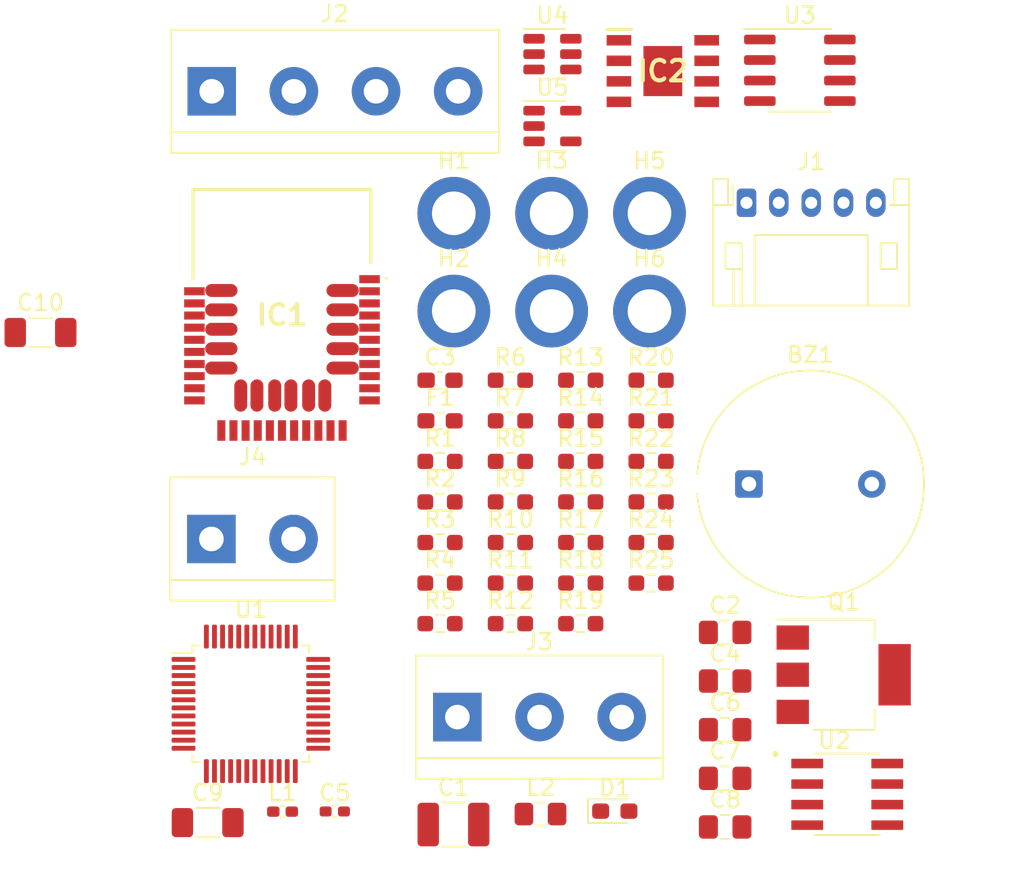
<source format=kicad_pcb>
(kicad_pcb (version 20221018) (generator pcbnew)
  (layers (0 "F.Cu" signal) (31 "B.Cu" signal) (34 "B.Paste" user) (35 "F.Paste" user) (36 "B.SilkS" user "B.Silkscreen") (37 "F.SilkS" user "F.Silkscreen") (38 "B.Mask" user) (39 "F.Mask" user) (44 "Edge.Cuts" user))
  (net 0 "")
  (net 1 "Net-(BZ1--)")
  (net 2 "Net-(BZ1-+)")
  (net 3 "100V")
  (net 4 "GND")
  (net 5 "VBST")
  (net 6 "SW2")
  (net 7 "Net-(IC2-SW)")
  (net 8 "Net-(IC2-BST)")
  (net 9 "/3V3")
  (net 10 "Net-(IC2-FB)")
  (net 11 "Net-(C5-Pad2)")
  (net 12 "/12V")
  (net 13 "Net-(D1-K)")
  (net 14 "Net-(J1-Pin_1)")
  (net 15 "SWDIO")
  (net 16 "SWCLK")
  (net 17 "/RST")
  (net 23 "/TX")
  (net 33 "Net-(IC2-RON)")
  (net 36 "Net-(J1-Pin_2)")
  (net 37 "Net-(J1-Pin_3)")
  (net 38 "PA3")
  (net 39 "5V")
  (net 40 "SDA1")
  (net 41 "SCK")
  (net 42 "Net-(J4-Pin_1)")
  (net 43 "Net-(J4-Pin_2)")
  (net 44 "/NRST")
  (net 45 "/RX")
  (net 46 "Net-(U1-PA0)")
  (net 47 "SCL")
  (net 48 "SDA")
  (net 49 "L")
  (net 50 "H")
  (net 51 "Net-(U3-S)")
  (net 52 "VFB")
  (footprint "Inductor_SMD:L_0805_2012Metric_Pad1.15x1.40mm_HandSolder" (layer "F.Cu") (at 134.765 103.455)
    (fp_text reference "L2" (at 0 -1.65) (layer "F.SilkS"))
    (fp_text value "68uH")
    (pad "1" smd roundrect (at -1.025 0) (size 1.15 1.4) (layers "F.Cu" "F.Paste" "F.Mask") (roundrect_rratio 0.217391) (net 7 "Net-(IC2-SW)"))
    (pad "2" smd roundrect (at 1.025 0) (size 1.15 1.4) (layers "F.Cu" "F.Paste" "F.Mask") (roundrect_rratio 0.217391) (net 12 "/12V"))
  )
  (footprint "Capacitor_SMD:C_1210_3225Metric_Pad1.33x2.70mm_HandSolder" (layer "F.Cu") (at 129.385 104.105)
    (fp_text reference "C1" (at 0 -2.3) (layer "F.SilkS"))
    (fp_text value "2.2uf")
    (pad "1" smd roundrect (at -1.5625 0) (size 1.325 2.7) (layers "F.Cu" "F.Paste" "F.Mask") (roundrect_rratio 0.188679) (net 3 "100V"))
    (pad "2" smd roundrect (at 1.5625 0) (size 1.325 2.7) (layers "F.Cu" "F.Paste" "F.Mask") (roundrect_rratio 0.188679) (net 4 "GND"))
  )
  (footprint "MountingHole:MountingHole_2.7mm_M2.5_ISO7380_Pad_TopBottom" (layer "F.Cu") (at 129.405 66.285)
    (fp_text reference "H1" (at 0 -3.25) (layer "F.SilkS"))
    (fp_text value "Mount100VgHole")
    (pad "1" thru_hole circle (at 0 0) (size 3.1 3.1) (drill 2.7) (layers "*.Cu" "*.Mask"))
    (pad "1" connect circle (at 0 0) (size 4.5 4.5) (layers "F.Cu" "F.Mask"))
    (pad "1" connect circle (at 0 0) (size 4.5 4.5) (layers "B.Cu" "B.Mask"))
  )
  (footprint "Resistor_SMD:R_0603_1608Metric_Pad0.98x0.95mm_HandSolder" (layer "F.Cu") (at 128.555 84.145)
    (fp_text reference "R2" (at 0 -1.43) (layer "F.SilkS"))
    (fp_text value "1k")
    (pad "1" smd roundrect (at -0.9125 0) (size 0.975 0.95) (layers "F.Cu" "F.Paste" "F.Mask") (net 45 "/RX"))
    (pad "2" smd roundrect (at 0.9125 0) (size 0.975 0.95) (layers "F.Cu" "F.Paste" "F.Mask") (net 23 "/TX"))
  )
  (footprint "Capacitor_SMD:C_1206_3216Metric_Pad1.33x1.80mm_HandSolder" (layer "F.Cu") (at 114.185 103.985)
    (fp_text reference "C9" (at 0 -1.85) (layer "F.SilkS"))
    (fp_text value "22UF")
    (pad "1" smd roundrect (at -1.5625 0) (size 1.325 1.8) (layers "F.Cu" "F.Paste" "F.Mask") (roundrect_rratio 0.188679) (net 12 "/12V"))
    (pad "2" smd roundrect (at 1.5625 0) (size 1.325 1.8) (layers "F.Cu" "F.Paste" "F.Mask") (roundrect_rratio 0.188679) (net 4 "GND"))
  )
  (footprint "MountingHole:MountingHole_2.7mm_M2.5_ISO7380_Pad_TopBottom" (layer "F.Cu") (at 129.405 72.335)
    (fp_text reference "H2" (at 0 -3.25) (layer "F.SilkS"))
    (fp_text value "Mount100VgHole")
    (pad "1" thru_hole circle (at 0 0) (size 3.1 3.1) (drill 2.7) (layers "*.Cu" "*.Mask"))
    (pad "1" connect circle (at 0 0) (size 4.5 4.5) (layers "F.Cu" "F.Mask"))
    (pad "1" connect circle (at 0 0) (size 4.5 4.5) (layers "B.Cu" "B.Mask"))
  )
  (footprint "Buzzer_Beeper:Indicator_PUI_AI-1440-TWT-24V-2-R" (layer "F.Cu") (at 147.655 83.035)
    (fp_text reference "BZ1" (at 3.8 -8) (layer "F.SilkS"))
    (fp_text value "Buzzer")
    (pad "1" thru_hole roundrect (at 0 0) (size 1.7 1.7) (drill 0.9) (layers "*.Cu" "*.Mask") (roundrect_rratio 0.147) (net 1 "Net-(BZ1--)"))
    (pad "2" thru_hole circle (at 7.6 0) (size 1.7 1.7) (drill 0.9) (layers "*.Cu" "*.Mask") (net 2 "Net-(BZ1-+)"))
  )
  (footprint "Resistor_SMD:R_0603_1608Metric_Pad0.98x0.95mm_HandSolder" (layer "F.Cu") (at 128.555 91.675)
    (fp_text reference "R5" (at 0 -1.43) (layer "F.SilkS"))
    (fp_text value "3M")
    (pad "1" smd roundrect (at -0.9125 0) (size 0.975 0.95) (layers "F.Cu" "F.Paste" "F.Mask") (net 13 "Net-(D1-K)"))
    (pad "2" smd roundrect (at 0.9125 0) (size 0.975 0.95) (layers "F.Cu" "F.Paste" "F.Mask") (net 4 "GND"))
  )
  (footprint "Resistor_SMD:R_0603_1608Metric_Pad0.98x0.95mm_HandSolder" (layer "F.Cu") (at 137.255 76.615)
    (fp_text reference "R13" (at 0 -1.43) (layer "F.SilkS"))
    (fp_text value "0R")
    (pad "1" smd roundrect (at -0.9125 0) (size 0.975 0.95) (layers "F.Cu" "F.Paste" "F.Mask") (net 39 "5V"))
    (pad "2" smd roundrect (at 0.9125 0) (size 0.975 0.95) (layers "F.Cu" "F.Paste" "F.Mask") (net 37 "Net-(J1-Pin_3)"))
  )
  (footprint "Resistor_SMD:R_0603_1608Metric_Pad0.98x0.95mm_HandSolder" (layer "F.Cu") (at 137.255 81.635)
    (fp_text reference "R15" (at 0 -1.43) (layer "F.SilkS"))
    (fp_text value "100E")
    (pad "1" smd roundrect (at -0.9125 0) (size 0.975 0.95) (layers "F.Cu" "F.Paste" "F.Mask") (net 41 "SCK"))
    (pad "2" smd roundrect (at 0.9125 0) (size 0.975 0.95) (layers "F.Cu" "F.Paste" "F.Mask") (net 47 "SCL"))
  )
  (footprint "Inductor_SMD:L_0402_1005Metric_Pad0.77x0.64mm_HandSolder" (layer "F.Cu") (at 118.815 103.305)
    (fp_text reference "L1" (at 0 -1.17) (layer "F.SilkS"))
    (fp_text value "3.3uH")
    (pad "1" smd roundrect (at -0.5725 0) (size 0.765 0.64) (layers "F.Cu" "F.Paste" "F.Mask") (net 6 "SW2"))
    (pad "2" smd roundrect (at 0.5725 0) (size 0.765 0.64) (layers "F.Cu" "F.Paste" "F.Mask") (net 39 "5V"))
  )
  (footprint "Capacitor_SMD:C_1206_3216Metric_Pad1.33x1.80mm_HandSolder" (layer "F.Cu") (at 103.8475 73.66)
    (fp_text reference "C10" (at 0 -1.85) (layer "F.SilkS"))
    (fp_text value "22UF")
    (pad "1" smd roundrect (at -1.5625 0) (size 1.325 1.8) (layers "F.Cu" "F.Paste" "F.Mask") (roundrect_rratio 0.188679) (net 12 "/12V"))
    (pad "2" smd roundrect (at 1.5625 0) (size 1.325 1.8) (layers "F.Cu" "F.Paste" "F.Mask") (roundrect_rratio 0.188679) (net 4 "GND"))
  )
  (footprint "Resistor_SMD:R_0603_1608Metric_Pad0.98x0.95mm_HandSolder" (layer "F.Cu") (at 132.905 89.165)
    (fp_text reference "R11" (at 0 -1.43) (layer "F.SilkS"))
    (fp_text value "0R")
    (pad "1" smd roundrect (at -0.9125 0) (size 0.975 0.95) (layers "F.Cu" "F.Paste" "F.Mask") (net 41 "SCK"))
    (pad "2" smd roundrect (at 0.9125 0) (size 0.975 0.95) (layers "F.Cu" "F.Paste" "F.Mask") (net 36 "Net-(J1-Pin_2)"))
  )
  (footprint "Package_QFP:LQFP-48_7x7mm_P0.5mm" (layer "F.Cu") (at 116.855 96.635)
    (fp_text reference "U1" (at 0 -5.85) (layer "F.SilkS"))
    (fp_text value "STM32G0B1CBTx")
    (pad "1" smd roundrect (at -4.1625 -2.75) (size 1.475 0.3) (layers "F.Cu" "F.Paste" "F.Mask"))
    (pad "2" smd roundrect (at -4.1625 -2.25) (size 1.475 0.3) (layers "F.Cu" "F.Paste" "F.Mask"))
    (pad "3" smd roundrect (at -4.1625 -1.75) (size 1.475 0.3) (layers "F.Cu" "F.Paste" "F.Mask"))
    (pad "4" smd roundrect (at -4.1625 -1.25) (size 1.475 0.3) (layers "F.Cu" "F.Paste" "F.Mask") (net 9 "/3V3"))
    (pad "5" smd roundrect (at -4.1625 -0.75) (size 1.475 0.3) (layers "F.Cu" "F.Paste" "F.Mask") (net 9 "/3V3"))
    (pad "6" smd roundrect (at -4.1625 -0.25) (size 1.475 0.3) (layers "F.Cu" "F.Paste" "F.Mask") (net 9 "/3V3"))
    (pad "7" smd roundrect (at -4.1625 0.25) (size 1.475 0.3) (layers "F.Cu" "F.Paste" "F.Mask") (net 4 "GND"))
    (pad "8" smd roundrect (at -4.1625 0.75) (size 1.475 0.3) (layers "F.Cu" "F.Paste" "F.Mask"))
    (pad "9" smd roundrect (at -4.1625 1.25) (size 1.475 0.3) (layers "F.Cu" "F.Paste" "F.Mask"))
    (pad "10" smd roundrect (at -4.1625 1.75) (size 1.475 0.3) (layers "F.Cu" "F.Paste" "F.Mask") (net 44 "/NRST"))
    (pad "11" smd roundrect (at -4.1625 2.25) (size 1.475 0.3) (layers "F.Cu" "F.Paste" "F.Mask") (net 46 "Net-(U1-PA0)"))
    (pad "12" smd roundrect (at -4.1625 2.75) (size 1.475 0.3) (layers "F.Cu" "F.Paste" "F.Mask"))
    (pad "13" smd roundrect (at -2.75 4.1625) (size 0.3 1.475) (layers "F.Cu" "F.Paste" "F.Mask"))
    (pad "14" smd roundrect (at -2.25 4.1625) (size 0.3 1.475) (layers "F.Cu" "F.Paste" "F.Mask"))
    (pad "15" smd roundrect (at -1.75 4.1625) (size 0.3 1.475) (layers "F.Cu" "F.Paste" "F.Mask"))
    (pad "16" smd roundrect (at -1.25 4.1625) (size 0.3 1.475) (layers "F.Cu" "F.Paste" "F.Mask"))
    (pad "17" smd roundrect (at -0.75 4.1625) (size 0.3 1.475) (layers "F.Cu" "F.Paste" "F.Mask"))
    (pad "18" smd roundrect (at -0.25 4.1625) (size 0.3 1.475) (layers "F.Cu" "F.Paste" "F.Mask"))
    (pad "19" smd roundrect (at 0.25 4.1625) (size 0.3 1.475) (layers "F.Cu" "F.Paste" "F.Mask"))
    (pad "20" smd roundrect (at 0.75 4.1625) (size 0.3 1.475) (layers "F.Cu" "F.Paste" "F.Mask"))
    (pad "21" smd roundrect (at 1.25 4.1625) (size 0.3 1.475) (layers "F.Cu" "F.Paste" "F.Mask"))
    (pad "22" smd roundrect (at 1.75 4.1625) (size 0.3 1.475) (layers "F.Cu" "F.Paste" "F.Mask"))
    (pad "23" smd roundrect (at 2.25 4.1625) (size 0.3 1.475) (layers "F.Cu" "F.Paste" "F.Mask"))
    (pad "24" smd roundrect (at 2.75 4.1625) (size 0.3 1.475) (layers "F.Cu" "F.Paste" "F.Mask"))
    (pad "25" smd roundrect (at 4.1625 2.75) (size 1.475 0.3) (layers "F.Cu" "F.Paste" "F.Mask"))
    (pad "26" smd roundrect (at 4.1625 2.25) (size 1.475 0.3) (layers "F.Cu" "F.Paste" "F.Mask"))
    (pad "27" smd roundrect (at 4.1625 1.75) (size 1.475 0.3) (layers "F.Cu" "F.Paste" "F.Mask"))
    (pad "28" smd roundrect (at 4.1625 1.25) (size 1.475 0.3) (layers "F.Cu" "F.Paste" "F.Mask"))
    (pad "29" smd roundrect (at 4.1625 0.75) (size 1.475 0.3) (layers "F.Cu" "F.Paste" "F.Mask"))
    (pad "30" smd roundrect (at 4.1625 0.25) (size 1.475 0.3) (layers "F.Cu" "F.Paste" "F.Mask"))
    (pad "31" smd roundrect (at 4.1625 -0.25) (size 1.475 0.3) (layers "F.Cu" "F.Paste" "F.Mask"))
    (pad "32" smd roundrect (at 4.1625 -0.75) (size 1.475 0.3) (layers "F.Cu" "F.Paste" "F.Mask"))
    (pad "33" smd roundrect (at 4.1625 -1.25) (size 1.475 0.3) (layers "F.Cu" "F.Paste" "F.Mask") (net 23 "/TX"))
    (pad "34" smd roundrect (at 4.1625 -1.75) (size 1.475 0.3) (layers "F.Cu" "F.Paste" "F.Mask") (net 45 "/RX"))
    (pad "35" smd roundrect (at 4.1625 -2.25) (size 1.475 0.3) (layers "F.Cu" "F.Paste" "F.Mask") (net 15 "SWDIO"))
    (pad "36" smd roundrect (at 4.1625 -2.75) (size 1.475 0.3) (layers "F.Cu" "F.Paste" "F.Mask") (net 16 "SWCLK"))
    (pad "37" smd roundrect (at 2.75 -4.1625) (size 0.3 1.475) (layers "F.Cu" "F.Paste" "F.Mask"))
    (pad "38" smd roundrect (at 2.25 -4.1625) (size 0.3 1.475) (layers "F.Cu" "F.Paste" "F.Mask"))
    (pad "39" smd roundrect (at 1.75 -4.1625) (size 0.3 1.475) (layers "F.Cu" "F.Paste" "F.Mask"))
    (pad "40" smd roundrect (at 1.25 -4.1625) (size 0.3 1.475) (layers "F.Cu" "F.Paste" "F.Mask"))
    (pad "41" smd roundrect (at 0.75 -4.1625) (size 0.3 1.475) (layers "F.Cu" "F.Paste" "F.Mask"))
    (pad "42" smd roundrect (at 0.25 -4.1625) (size 0.3 1.475) (layers "F.Cu" "F.Paste" "F.Mask"))
    (pad "43" smd roundrect (at -0.25 -4.1625) (size 0.3 1.475) (layers "F.Cu" "F.Paste" "F.Mask"))
    (pad "44" smd roundrect (at -0.75 -4.1625) (size 0.3 1.475) (layers "F.Cu" "F.Paste" "F.Mask"))
    (pad "45" smd roundrect (at -1.25 -4.1625) (size 0.3 1.475) (layers "F.Cu" "F.Paste" "F.Mask") (net 47 "SCL"))
    (pad "46" smd roundrect (at -1.75 -4.1625) (size 0.3 1.475) (layers "F.Cu" "F.Paste" "F.Mask") (net 48 "SDA"))
    (pad "47" smd roundrect (at -2.25 -4.1625) (size 0.3 1.475) (layers "F.Cu" "F.Paste" "F.Mask") (net 17 "/RST"))
    (pad "48" smd roundrect (at -2.75 -4.1625) (size 0.3 1.475) (layers "F.Cu" "F.Paste" "F.Mask"))
  )
  (footprint "Capacitor_SMD:C_0805_2012Metric_Pad1.18x1.45mm_HandSolder" (layer "F.Cu") (at 146.185 95.225)
    (fp_text reference "C4" (at 0 -1.68) (layer "F.SilkS"))
    (fp_text value "0.1uf")
    (pad "1" smd roundrect (at -1.0375 0) (size 1.175 1.45) (layers "F.Cu" "F.Paste" "F.Mask") (roundrect_rratio 0.212766) (net 4 "GND"))
    (pad "2" smd roundrect (at 1.0375 0) (size 1.175 1.45) (layers "F.Cu" "F.Paste" "F.Mask") (roundrect_rratio 0.212766) (net 9 "/3V3"))
  )
  (footprint "Resistor_SMD:R_0603_1608Metric_Pad0.98x0.95mm_HandSolder" (layer "F.Cu") (at 137.255 79.125)
    (fp_text reference "R14" (at 0 -1.43) (layer "F.SilkS"))
    (fp_text value "120R")
    (pad "1" smd roundrect (at -0.9125 0) (size 0.975 0.95) (layers "F.Cu" "F.Paste" "F.Mask") (net 43 "Net-(J4-Pin_2)"))
    (pad "2" smd roundrect (at 0.9125 0) (size 0.975 0.95) (layers "F.Cu" "F.Paste" "F.Mask") (net 42 "Net-(J4-Pin_1)"))
  )
  (footprint "Resistor_SMD:R_0603_1608Metric_Pad0.98x0.95mm_HandSolder" (layer "F.Cu") (at 132.905 86.655)
    (fp_text reference "R10" (at 0 -1.43) (layer "F.SilkS"))
    (fp_text value "0R")
    (pad "1" smd roundrect (at -0.9125 0) (size 0.975 0.95) (layers "F.Cu" "F.Paste" "F.Mask") (net 39 "5V"))
    (pad "2" smd roundrect (at 0.9125 0) (size 0.975 0.95) (layers "F.Cu" "F.Paste" "F.Mask") (net 1 "Net-(BZ1--)"))
  )
  (footprint "Resistor_SMD:R_0603_1608Metric_Pad0.98x0.95mm_HandSolder" (layer "F.Cu") (at 132.905 76.615)
    (fp_text reference "R6" (at 0 -1.43) (layer "F.SilkS"))
    (fp_text value "100E")
    (pad "1" smd roundrect (at -0.9125 0) (size 0.975 0.95) (layers "F.Cu" "F.Paste" "F.Mask") (net 38 "PA3"))
    (pad "2" smd roundrect (at 0.9125 0) (size 0.975 0.95) (layers "F.Cu" "F.Paste" "F.Mask") (net 13 "Net-(D1-K)"))
  )
  (footprint "Package_SO:SOIC-8_3.9x4.9mm_P1.27mm" (layer "F.Cu") (at 150.805 57.435)
    (fp_text reference "U3" (at 0 -3.4) (layer "F.SilkS"))
    (fp_text value "TJA1051T-3")
    (pad "1" smd roundrect (at -2.475 -1.905) (size 1.95 0.6) (layers "F.Cu" "F.Paste" "F.Mask") (net 23 "/TX"))
    (pad "2" smd roundrect (at -2.475 -0.635) (size 1.95 0.6) (layers "F.Cu" "F.Paste" "F.Mask") (net 4 "GND"))
    (pad "3" smd roundrect (at -2.475 0.635) (size 1.95 0.6) (layers "F.Cu" "F.Paste" "F.Mask") (net 39 "5V"))
    (pad "4" smd roundrect (at -2.475 1.905) (size 1.95 0.6) (layers "F.Cu" "F.Paste" "F.Mask") (net 45 "/RX"))
    (pad "5" smd roundrect (at 2.475 1.905) (size 1.95 0.6) (layers "F.Cu" "F.Paste" "F.Mask") (net 9 "/3V3"))
    (pad "6" smd roundrect (at 2.475 0.635) (size 1.95 0.6) (layers "F.Cu" "F.Paste" "F.Mask") (net 49 "L"))
    (pad "7" smd roundrect (at 2.475 -0.635) (size 1.95 0.6) (layers "F.Cu" "F.Paste" "F.Mask") (net 50 "H"))
    (pad "8" smd roundrect (at 2.475 -1.905) (size 1.95 0.6) (layers "F.Cu" "F.Paste" "F.Mask") (net 51 "Net-(U3-S)"))
  )
  (footprint "TerminalBlock:TerminalBlock_bornier-3_P5.08mm" (layer "F.Cu") (at 129.625 97.455)
    (fp_text reference "J3" (at 5.05 -4.65) (layer "F.SilkS"))
    (fp_text value "PRG")
    (pad "1" thru_hole rect (at 0 0) (size 3 3) (drill 1.52) (layers "*.Cu" "*.Mask") (net 16 "SWCLK"))
    (pad "2" thru_hole circle (at 5.08 0) (size 3 3) (drill 1.52) (layers "*.Cu" "*.Mask") (net 15 "SWDIO"))
    (pad "3" thru_hole circle (at 10.16 0) (size 3 3) (drill 1.52) (layers "*.Cu" "*.Mask") (net 4 "GND"))
  )
  (footprint "Resistor_SMD:R_0603_1608Metric_Pad0.98x0.95mm_HandSolder" (layer "F.Cu") (at 128.555 86.655)
    (fp_text reference "R3" (at 0 -1.43) (layer "F.SilkS"))
    (fp_text value "100R")
    (pad "1" smd roundrect (at -0.9125 0) (size 0.975 0.95) (layers "F.Cu" "F.Paste" "F.Mask") (net 46 "Net-(U1-PA0)"))
    (pad "2" smd roundrect (at 0.9125 0) (size 0.975 0.95) (layers "F.Cu" "F.Paste" "F.Mask") (net 38 "PA3"))
  )
  (footprint "TerminalBlock:TerminalBlock_bornier-2_P5.08mm" (layer "F.Cu") (at 114.415 86.435)
    (fp_text reference "J4" (at 2.54 -5.08) (layer "F.SilkS"))
    (fp_text value "Conn_01x02_Socket")
    (pad "1" thru_hole rect (at 0 0) (size 3 3) (drill 1.52) (layers "*.Cu" "*.Mask") (net 42 "Net-(J4-Pin_1)"))
    (pad "2" thru_hole circle (at 5.08 0) (size 3 3) (drill 1.52) (layers "*.Cu" "*.Mask") (net 43 "Net-(J4-Pin_2)"))
  )
  (footprint "Resistor_SMD:R_0603_1608Metric_Pad0.98x0.95mm_HandSolder" (layer "F.Cu") (at 141.605 81.635)
    (fp_text reference "R22" (at 0 -1.43) (layer "F.SilkS"))
    (fp_text value "120k")
    (pad "1" smd roundrect (at -0.9125 0) (size 0.975 0.95) (layers "F.Cu" "F.Paste" "F.Mask") (net 49 "L"))
    (pad "2" smd roundrect (at 0.9125 0) (size 0.975 0.95) (layers "F.Cu" "F.Paste" "F.Mask") (net 50 "H"))
  )
  (footprint "Package_TO_SOT_SMD:SOT-223-3_TabPin2" (layer "F.Cu") (at 153.515 94.835)
    (fp_text reference "Q1" (at 0 -4.5) (layer "F.SilkS"))
    (fp_text value "NDT3055L")
    (pad "1" smd rect (at -3.15 -2.3) (size 2 1.5) (layers "F.Cu" "F.Paste" "F.Mask") (net 13 "Net-(D1-K)"))
    (pad "2" smd rect (at -3.15 0) (size 2 1.5) (layers "F.Cu" "F.Paste" "F.Mask") (net 2 "Net-(BZ1-+)"))
    (pad "2" smd rect (at 3.15 0) (size 2 3.8) (layers "F.Cu" "F.Paste" "F.Mask") (net 2 "Net-(BZ1-+)"))
    (pad "3" smd rect (at -3.15 2.3) (size 2 1.5) (layers "F.Cu" "F.Paste" "F.Mask") (net 4 "GND"))
  )
  (footprint "Resistor_SMD:R_0603_1608Metric_Pad0.98x0.95mm_HandSolder" (layer "F.Cu") (at 141.605 79.125)
    (fp_text reference "R21" (at 0 -1.43) (layer "F.SilkS"))
    (fp_text value "56k")
    (pad "1" smd roundrect (at -0.9125 0) (size 0.975 0.95) (layers "F.Cu" "F.Paste" "F.Mask") (net 52 "VFB"))
    (pad "2" smd roundrect (at 0.9125 0) (size 0.975 0.95) (layers "F.Cu" "F.Paste" "F.Mask") (net 39 "5V"))
  )
  (footprint "Resistor_SMD:R_0603_1608Metric_Pad0.98x0.95mm_HandSolder" (layer "F.Cu") (at 132.905 81.635)
    (fp_text reference "R8" (at 0 -1.43) (layer "F.SilkS"))
    (fp_text value "100k")
    (pad "1" smd roundrect (at -0.9125 0) (size 0.975 0.95) (layers "F.Cu" "F.Paste" "F.Mask") (net 9 "/3V3"))
    (pad "2" smd roundrect (at 0.9125 0) (size 0.975 0.95) (layers "F.Cu" "F.Paste" "F.Mask") (net 48 "SDA"))
  )
  (footprint "Capacitor_SMD:C_0603_1608Metric_Pad1.08x0.95mm_HandSolder" (layer "F.Cu") (at 128.555 76.615)
    (fp_text reference "C3" (at 0 -1.43) (layer "F.SilkS"))
    (fp_text value "2.2nf")
    (pad "1" smd roundrect (at -0.8625 0) (size 1.075 0.95) (layers "F.Cu" "F.Paste" "F.Mask") (net 7 "Net-(IC2-SW)"))
    (pad "2" smd roundrect (at 0.8625 0) (size 1.075 0.95) (layers "F.Cu" "F.Paste" "F.Mask") (net 8 "Net-(IC2-BST)"))
  )
  (footprint "Diode_SMD:D_0603_1608Metric_Pad1.05x0.95mm_HandSolder" (layer "F.Cu") (at 139.36 103.275)
    (fp_text reference "D1" (at 0 -1.43) (layer "F.SilkS"))
    (fp_text value "5.6V")
    (pad "1" smd roundrect (at -0.875 0) (size 1.05 0.95) (layers "F.Cu" "F.Paste" "F.Mask") (net 13 "Net-(D1-K)"))
    (pad "2" smd roundrect (at 0.875 0) (size 1.05 0.95) (layers "F.Cu" "F.Paste" "F.Mask") (net 4 "GND"))
  )
  (footprint "Resistor_SMD:R_0603_1608Metric_Pad0.98x0.95mm_HandSolder" (layer "F.Cu") (at 137.255 89.165)
    (fp_text reference "R18" (at 0 -1.43) (layer "F.SilkS"))
    (fp_text value "100k")
    (pad "1" smd roundrect (at -0.9125 0) (size 0.975 0.95) (layers "F.Cu" "F.Paste" "F.Mask") (net 51 "Net-(U3-S)"))
    (pad "2" smd roundrect (at 0.9125 0) (size 0.975 0.95) (layers "F.Cu" "F.Paste" "F.Mask") (net 4 "GND"))
  )
  (footprint "MountingHole:MountingHole_2.7mm_M2.5_ISO7380_Pad_TopBottom" (layer "F.Cu") (at 141.505 72.335)
    (fp_text reference "H6" (at 0 -3.25) (layer "F.SilkS"))
    (fp_text value "Mount100VgHole")
    (pad "1" thru_hole circle (at 0 0) (size 3.1 3.1) (drill 2.7) (layers "*.Cu" "*.Mask"))
    (pad "1" connect circle (at 0 0) (size 4.5 4.5) (layers "F.Cu" "F.Mask"))
    (pad "1" connect circle (at 0 0) (size 4.5 4.5) (layers "B.Cu" "B.Mask"))
  )
  (footprint "MAX485ESA_T.kicad_mod files:SOIC127P600X175-8N" (layer "F.Cu") (at 153.735 102.235)
    (fp_text reference "U2" (at -0.795 -3.332) (layer "F.SilkS"))
    (fp_text value "MAX485E")
    (pad "1" smd roundrect (at -2.475 -1.905) (size 1.97 0.59) (layers "F.Cu" "F.Paste" "F.Mask") (roundrect_rratio 0.07) (net 45 "/RX"))
    (pad "2" smd roundrect (at -2.475 -0.635) (size 1.97 0.59) (layers "F.Cu" "F.Paste" "F.Mask") (roundrect_rratio 0.07))
    (pad "3" smd roundrect (at -2.475 0.635) (size 1.97 0.59) (layers "F.Cu" "F.Paste" "F.Mask") (roundrect_rratio 0.07))
    (pad "4" smd roundrect (at -2.475 1.905) (size 1.97 0.59) (layers "F.Cu" "F.Paste" "F.Mask") (roundrect_rratio 0.07) (net 23 "/TX"))
    (pad "5" smd roundrect (at 2.475 1.905) (size 1.97 0.59) (layers "F.Cu" "F.Paste" "F.Mask") (roundrect_rratio 0.07) (net 4 "GND"))
    (pad "6" smd roundrect (at 2.475 0.635) (size 1.97 0.59) (layers "F.Cu" "F.Paste" "F.Mask") (roundrect_rratio 0.07) (net 43 "Net-(J4-Pin_2)"))
    (pad "7" smd roundrect (at 2.475 -0.635) (size 1.97 0.59) (layers "F.Cu" "F.Paste" "F.Mask") (roundrect_rratio 0.07) (net 42 "Net-(J4-Pin_1)"))
    (pad "8" smd roundrect (at 2.475 -1.905) (size 1.97 0.59) (layers "F.Cu" "F.Paste" "F.Mask") (roundrect_rratio 0.07) (net 39 "5V"))
  )
  (footprint "Resistor_SMD:R_0603_1608Metric_Pad0.98x0.95mm_HandSolder" (layer "F.Cu") (at 141.605 76.615)
    (fp_text reference "R20" (at 0 -1.43) (layer "F.SilkS"))
    (fp_text value "100k ohm")
    (pad "1" smd roundrect (at -0.9125 0) (size 0.975 0.95) (layers "F.Cu" "F.Paste" "F.Mask") (net 33 "Net-(IC2-RON)"))
    (pad "2" smd roundrect (at 0.9125 0) (size 0.975 0.95) (layers "F.Cu" "F.Paste" "F.Mask") (net 4 "GND"))
  )
  (footprint "Capacitor_SMD:C_0402_1005Metric_Pad0.74x0.62mm_HandSolder" (layer "F.Cu") (at 122.045 103.295)
    (fp_text reference "C5" (at 0 -1.16) (layer "F.SilkS"))
    (fp_text value "56pF")
    (pad "1" smd roundrect (at -0.5675 0) (size 0.735 0.62) (layers "F.Cu" "F.Paste" "F.Mask") (net 10 "Net-(IC2-FB)"))
    (pad "2" smd roundrect (at 0.5675 0) (size 0.735 0.62) (layers "F.Cu" "F.Paste" "F.Mask") (net 11 "Net-(C5-Pad2)"))
  )
  (footprint "Fuse:Fuse_0603_1608Metric_Pad1.05x0.95mm_HandSolder" (layer "F.Cu") (at 128.555 79.125)
    (fp_text reference "F1" (at 0 -1.43) (layer "F.SilkS"))
    (fp_text value "Fuse")
    (pad "1" smd roundrect (at -0.875 0) (size 1.05 0.95) (layers "F.Cu" "F.Paste" "F.Mask") (net 14 "Net-(J1-Pin_1)"))
    (pad "2" smd roundrect (at 0.875 0) (size 1.05 0.95) (layers "F.Cu" "F.Paste" "F.Mask") (net 3 "100V"))
  )
  (footprint "Resistor_SMD:R_0603_1608Metric_Pad0.98x0.95mm_HandSolder" (layer "F.Cu") (at 128.555 89.165)
    (fp_text reference "R4" (at 0 -1.43) (layer "F.SilkS"))
    (fp_text value "10k")
    (pad "1" smd roundrect (at -0.9125 0) (size 0.975 0.95) (layers "F.Cu" "F.Paste" "F.Mask") (net 16 "SWCLK"))
    (pad "2" smd roundrect (at 0.9125 0) (size 0.975 0.95) (layers "F.Cu" "F.Paste" "F.Mask") (net 4 "GND"))
  )
  (footprint "Capacitor_SMD:C_0805_2012Metric_Pad1.18x1.45mm_HandSolder" (layer "F.Cu") (at 146.185 104.255)
    (fp_text reference "C8" (at 0 -1.68) (layer "F.SilkS"))
    (fp_text value "0.1uf")
    (pad "1" smd roundrect (at -1.0375 0) (size 1.175 1.45) (layers "F.Cu" "F.Paste" "F.Mask") (roundrect_rratio 0.212766) (net 9 "/3V3"))
    (pad "2" smd roundrect (at 1.0375 0) (size 1.175 1.45) (layers "F.Cu" "F.Paste" "F.Mask") (roundrect_rratio 0.212766) (net 4 "GND"))
  )
  (footprint "Capacitor_SMD:C_0805_2012Metric_Pad1.18x1.45mm_HandSolder" (layer "F.Cu") (at 146.185 92.215)
    (fp_text reference "C2" (at 0 -1.68) (layer "F.SilkS"))
    (fp_text value "0.1uf")
    (pad "1" smd roundrect (at -1.0375 0) (size 1.175 1.45) (layers "F.Cu" "F.Paste" "F.Mask") (roundrect_rratio 0.212766) (net 5 "VBST"))
    (pad "2" smd roundrect (at 1.0375 0) (size 1.175 1.45) (layers "F.Cu" "F.Paste" "F.Mask") (roundrect_rratio 0.212766) (net 6 "SW2"))
  )
  (footprint "Connector_JST:JST_PH_S5B-PH-K_1x05_P2.00mm_Horizontal" (layer "F.Cu") (at 147.505 65.635)
    (fp_text reference "J1" (at 4 -2.55) (layer "F.SilkS"))
    (fp_text value "Conn_01x05_Socket")
    (pad "1" thru_hole roundrect (at 0 0) (size 1.2 1.75) (drill 0.75) (layers "*.Cu" "*.Mask") (roundrect_rratio 0.208333) (net 14 "Net-(J1-Pin_1)"))
    (pad "2" thru_hole oval (at 2 0) (size 1.2 1.75) (drill 0.75) (layers "*.Cu" "*.Mask") (net 36 "Net-(J1-Pin_2)"))
    (pad "3" thru_hole oval (at 4 0) (size 1.2 1.75) (drill 0.75) (layers "*.Cu" "*.Mask") (net 37 "Net-(J1-Pin_3)"))
    (pad "4" thru_hole oval (at 6 0) (size 1.2 1.75) (drill 0.75) (layers "*.Cu" "*.Mask") (net 4 "GND"))
    (pad "5" thru_hole oval (at 8 0) (size 1.2 1.75) (drill 0.75) (layers "*.Cu" "*.Mask") (net 38 "PA3"))
  )
  (footprint "Resistor_SMD:R_0603_1608Metric_Pad0.98x0.95mm_HandSolder" (layer "F.Cu") (at 137.255 91.675)
    (fp_text reference "R19" (at 0 -1.43) (layer "F.SilkS"))
    (fp_text value "10k")
    (pad "1" smd roundrect (at -0.9125 0) (size 0.975 0.95) (layers "F.Cu" "F.Paste" "F.Mask") (net 4 "GND"))
    (pad "2" smd roundrect (at 0.9125 0) (size 0.975 0.95) (layers "F.Cu" "F.Paste" "F.Mask") (net 52 "VFB"))
  )
  (footprint "TerminalBlock:TerminalBlock_bornier-4_P5.08mm" (layer "F.Cu") (at 114.435 58.735)
    (fp_text reference "J2" (at 7.6 -4.8) (layer "F.SilkS"))
    (fp_text value "OLED")
    (pad "1" thru_hole rect (at 0 0) (size 3 3) (drill 1.52) (layers "*.Cu" "*.Mask") (net 39 "5V"))
    (pad "2" thru_hole circle (at 5.08 0) (size 3 3) (drill 1.52) (layers "*.Cu" "*.Mask") (net 40 "SDA1"))
    (pad "3" thru_hole circle (at 10.16 0) (size 3 3) (drill 1.52) (layers "*.Cu" "*.Mask") (net 41 "SCK"))
    (pad "4" thru_hole circle (at 15.24 0) (size 3 3) (drill 1.52) (layers "*.Cu" "*.Mask") (net 4 "GND"))
  )
  (footprint "Resistor_SMD:R_0603_1608Metric_Pad0.98x0.95mm_HandSolder" (layer "F.Cu") (at 137.255 86.655)
    (fp_text reference "R17" (at 0 -1.43) (layer "F.SilkS"))
    (fp_text value "0R")
    (pad "1" smd roundrect (at -0.9125 0) (size 0.975 0.95) (layers "F.Cu" "F.Paste" "F.Mask") (net 37 "Net-(J1-Pin_3)"))
    (pad "2" smd roundrect (at 0.9125 0) (size 0.975 0.95) (layers "F.Cu" "F.Paste" "F.Mask") (net 50 "H"))
  )
  (footprint "Library:CM BLE" (layer "F.Cu") (at 118.83 72.86)
    (fp_text reference "IC1" (at -0.05 -0.275 180) (layer "F.SilkS") (effects (font (size 1.27 1.27) (thickness 0.254))))
    (fp_text value "CM BLE" hide)
    (pad "0" smd oval (at -3.8 -1.8 270) (size 0.8 2) (layers "F.Cu" "F.Paste" "F.Mask"))
    (pad "0" smd oval (at -3.8 3 270) (size 0.8 2) (layers "F.Cu" "F.Paste" "F.Mask"))
    (pad "0" smd oval (at -0.5 4.7) (size 0.8 2) (layers "F.Cu" "F.Paste" "F.Mask"))
    (pad "0" smd oval (at 3.7 -1.8 270) (size 0.8 2) (layers "F.Cu" "F.Paste" "F.Mask"))
    (pad "0" smd oval (at 3.7 -0.6 270) (size 0.8 2) (layers "F.Cu" "F.Paste" "F.Mask"))
    (pad "0" smd oval (at 3.7 1.8 270) (size 0.8 2) (layers "F.Cu" "F.Paste" "F.Mask"))
    (pad "1" smd oval (at 0.5 4.7) (size 0.8 2) (layers "F.Cu" "F.Paste" "F.Mask") (net 15 "SWDIO"))
    (pad "1" smd rect (at 5.365 -2.5 270) (size 0.5 1.27) (layers "F.Cu" "F.Paste" "F.Mask") (net 15 "SWDIO"))
    (pad "2" smd oval (at 1.6 4.7) (size 0.8 2) (layers "F.Cu" "F.Paste" "F.Mask") (net 16 "SWCLK"))
    (pad "2" smd rect (at 5.365 -1.75 270) (size 0.5 1.27) (layers "F.Cu" "F.Paste" "F.Mask") (net 16 "SWCLK"))
    (pad "3" smd oval (at 3.7 3 270) (size 0.8 2) (layers "F.Cu" "F.Paste" "F.Mask") (net 17 "/RST"))
    (pad "3" smd rect (at 5.365 -1 270) (size 0.5 1.27) (layers "F.Cu" "F.Paste" "F.Mask") (net 17 "/RST"))
    (pad "4" smd rect (at 5.365 -0.25 270) (size 0.5 1.27) (layers "F.Cu" "F.Paste" "F.Mask"))
    (pad "5" smd rect (at 5.365 0.5 270) (size 0.5 1.27) (layers "F.Cu" "F.Paste" "F.Mask"))
    (pad "6" smd rect (at 5.365 1.25 270) (size 0.5 1.27) (layers "F.Cu" "F.Paste" "F.Mask"))
    (pad "7" smd rect (at 5.365 2 270) (size 0.5 1.27) (layers "F.Cu" "F.Paste" "F.Mask"))
    (pad "8" smd rect (at 5.365 2.75 270) (size 0.5 1.27) (layers "F.Cu" "F.Paste" "F.Mask"))
    (pad "9" smd oval (at 3.7 0.6 270) (size 0.8 2) (layers "F.Cu" "F.Paste" "F.Mask") (net 23 "/TX"))
    (pad "9" smd rect (at 5.365 3.5 270) (size 0.5 1.27) (layers "F.Cu" "F.Paste" "F.Mask") (net 23 "/TX"))
    (pad "10" smd rect (at 5.365 4.25 270) (size 0.5 1.27) (layers "F.Cu" "F.Paste" "F.Mask") (net 23 "/TX"))
    (pad "11" smd oval (at 2.6 4.7) (size 0.8 2) (layers "F.Cu" "F.Paste" "F.Mask") (net 4 "GND"))
    (pad "11" smd rect (at 5.365 5 270) (size 0.5 1.27) (layers "F.Cu" "F.Paste" "F.Mask") (net 4 "GND"))
    (pad "12" smd rect (at 3.7 6.865 180) (size 0.5 1.27) (layers "F.Cu" "F.Paste" "F.Mask"))
    (pad "13" smd rect (at 2.95 6.865 180) (size 0.5 1.27) (layers "F.Cu" "F.Paste" "F.Mask"))
    (pad "14" smd rect (at 2.2 6.865 180) (size 0.5 1.27) (layers "F.Cu" "F.Paste" "F.Mask"))
    (pad "15" smd rect (at 1.45 6.865 180) (size 0.5 1.27) (layers "F.Cu" "F.Paste" "F.Mask"))
    (pad "16" smd rect (at 0.7 6.865 180) (size 0.5 1.27) (layers "F.Cu" "F.Paste" "F.Mask"))
    (pad "17" smd rect (at -0.05 6.865 180) (size 0.5 1.27) (layers "F.Cu" "F.Paste" "F.Mask"))
    (pad "18" smd rect (at -0.8 6.865 180) (size 0.5 1.27) (layers "F.Cu" "F.Paste" "F.Mask") (net 9 "/3V3"))
    (pad "19" smd oval (at -1.6 4.7) (size 0.8 2) (layers "F.Cu" "F.Paste" "F.Mask") (net 9 "/3V3"))
    (pad "19" smd rect (at -1.55 6.865 180) (size 0.5 1.27) (layers "F.Cu" "F.Paste" "F.Mask") (net 9 "/3V3"))
    (pad "20" smd rect (at -2.3 6.865 180) (size 0.5 1.27) (layers "F.Cu" "F.Paste" "F.Mask") (net 9 "/3V3"))
    (pad "21" smd rect (at -3.05 6.865 180) (size 0.5 1.27) (layers "F.Cu" "F.Paste" "F.Mask") (net 4 "GND"))
    (pad "21" smd oval (at -2.6 4.7) (size 0.8 2) (layers "F.Cu" "F.Paste" "F.Mask") (net 4 "GND"))
    (pad "22" smd rect (at -3.8 6.865 180) (size 0.5 1.27) (layers "F.Cu" "F.Paste" "F.Mask") (net 4 "GND"))
    (pad "23" smd rect (at -5.465 5 270) (size 0.5 1.27) (layers "F.Cu" "F.Paste" "F.Mask") (net 4 "GND"))
    (pad "24" smd rect (at -5.465 4.25 270) (size 0.5 1.27) (layers "F.Cu" "F.Paste" "F.Mask") (net 4 "GND"))
    (pad "25" smd rect (at -5.465 3.5 270) (size 0.5 1.27) (layers "F.Cu" "F.Paste" "F.Mask") (net 4 "GND"))
    (pad "26" smd rect (at -5.465 2.75 270) (size 0.5 1.27) (layers "F.Cu" "F.Paste" "F.Mask") (net 4 "GND"))
    (pad "27" smd rect (at -5.465 2 270) (size 0.5 1.27) (layers "F.Cu" "F.Paste" "F.Mask"))
    (pad "28" smd rect (at -5.465 1.25 270) (size 0.5 1.27) (layers "F.Cu" "F.Paste" "F.Mask") (net 4 "GND"))
    (pad "28" smd oval (at -3.8 1.8 270) (size 0.8 2) (layers "F.Cu" "F.Paste" "F.Mask") (net 4 "GND"))
    (pad "29" smd rect (at -5.465 0.5 270) (size 0.5 1.27) (layers "F.Cu" "F.Paste" "F.Mask"))
    (pad "30" smd rect (at -5.465 -0.25 270) (size 0.5 1.27) (layers "F.Cu" "F.Paste" "F.Mask") (net 4 "GND"))
    (pad "30" smd oval (at -3.8 -0.6 270) (size 0.8 2) (layers "F.Cu" "F.Paste" "F.Mask") (net 4 "GND"))
    (pad "30" smd oval (at -3.8 0.6 270) (size 0.8 2) (layers "F.Cu" "F.Paste" "F.Mask") (net 4 "GND"))
    (pad "31" smd rect (at -5.465 -1 270) (size 0.5 1.27) (layers "F.Cu" "F.Paste" "F.Mask"))
    (pad "32" smd rect (at -5.465 -1.75 270) (size 0.5 1.27) (layers "F.Cu" "F.Paste" "F.Mask") (net 4 "GND"))
  )
  (footprint "Resistor_SMD:R_0603_1608Metric_Pad0.98x0.95mm_HandSolder" (layer "F.Cu") (at 137.255 84.145)
    (fp_text reference "R16" (at 0 -1.43) (layer "F.SilkS"))
    (fp_text value "100E")
    (pad "1" smd roundrect (at -0.9125 0) (size 0.975 0.95) (layers "F.Cu" "F.Paste" "F.Mask") (net 40 "SDA1"))
    (pad "2" smd roundrect (at 0.9125 0) (size 0.975 0.95) (layers "F.Cu" "F.Paste" "F.Mask") (net 48 "SDA"))
  )
  (footprint "Resistor_SMD:R_0603_1608Metric_Pad0.98x0.95mm_HandSolder" (layer "F.Cu") (at 141.605 89.165)
    (fp_text reference "R25" (at 0 -1.43) (layer "F.SilkS"))
    (fp_text value "49.9k ohm")
    (pad "1" smd roundrect (at -0.9125 0) (size 0.975 0.95) (layers "F.Cu" "F.Paste" "F.Mask") (net 10 "Net-(IC2-FB)"))
    (pad "2" smd roundrect (at 0.9125 0) (size 0.975 0.95) (layers "F.Cu" "F.Paste" "F.Mask") (net 4 "GND"))
  )
  (footprint "MountingHole:MountingHole_2.7mm_M2.5_ISO7380_Pad_TopBottom" (layer "F.Cu") (at 135.455 72.335)
    (fp_text reference "H4" (at 0 -3.25) (layer "F.SilkS"))
    (fp_text value "Mount100VgHole")
    (pad "1" thru_hole circle (at 0 0) (size 3.1 3.1) (drill 2.7) (layers "*.Cu" "*.Mask"))
    (pad "1" connect circle (at 0 0) (size 4.5 4.5) (layers "F.Cu" "F.Mask"))
    (pad "1" connect circle (at 0 0) (size 4.5 4.5) (layers "B.Cu" "B.Mask"))
  )
  (footprint "Capacitor_SMD:C_0805_2012Metric_Pad1.18x1.45mm_HandSolder" (layer "F.Cu") (at 146.185 101.245)
    (fp_text reference "C7" (at 0 -1.68) (layer "F.SilkS"))
    (fp_text value "3.3nf")
    (pad "1" smd roundrect (at -1.0375 0) (size 1.175 1.45) (layers "F.Cu" "F.Paste" "F.Mask") (roundrect_rratio 0.212766) (net 11 "Net-(C5-Pad2)"))
    (pad "2" smd roundrect (at 1.0375 0) (size 1.175 1.45) (layers "F.Cu" "F.Paste" "F.Mask") (roundrect_rratio 0.212766) (net 12 "/12V"))
  )
  (footprint "Resistor_SMD:R_0603_1608Metric_Pad0.98x0.95mm_HandSolder" (layer "F.Cu") (at 132.905 79.125)
    (fp_text reference "R7" (at 0 -1.43) (layer "F.SilkS"))
    (fp_text value "100k")
    (pad "1" smd roundrect (at -0.9125 0) (size 0.975 0.95) (layers "F.Cu" "F.Paste" "F.Mask") (net 9 "/3V3"))
    (pad "2" smd roundrect (at 0.9125 0) (size 0.975 0.95) (layers "F.Cu" "F.Paste" "F.Mask") (net 47 "SCL"))
  )
  (footprint "MountingHole:MountingHole_2.7mm_M2.5_ISO7380_Pad_TopBottom" (layer "F.Cu") (at 141.505 66.285)
    (fp_text reference "H5" (at 0 -3.25) (layer "F.SilkS"))
    (fp_text value "Mount100VgHole")
    (pad "1" thru_hole circle (at 0 0) (size 3.1 3.1) (drill 2.7) (layers "*.Cu" "*.Mask"))
    (pad "1" connect circle (at 0 0) (size 4.5 4.5) (layers "F.Cu" "F.Mask"))
    (pad "1" connect circle (at 0 0) (size 4.5 4.5) (layers "B.Cu" "B.Mask"))
  )
  (footprint "Resistor_SMD:R_0603_1608Metric_Pad0.98x0.95mm_HandSolder" (layer "F.Cu") (at 141.605 86.655)
    (fp_text reference "R24" (at 0 -1.43) (layer "F.SilkS"))
    (fp_text value "453k ohm")
    (pad "1" smd roundrect (at -0.9125 0) (size 0.975 0.95) (layers "F.Cu" "F.Paste" "F.Mask") (net 12 "/12V"))
    (pad "2" smd roundrect (at 0.9125 0) (size 0.975 0.95) (layers "F.Cu" "F.Paste" "F.Mask") (net 10 "Net-(IC2-FB)"))
  )
  (footprint "Package_TO_SOT_SMD:SOT-23-5" (layer "F.Cu") (at 135.505 60.885)
    (fp_text reference "U5" (at 0 -2.4) (layer "F.SilkS"))
    (fp_text value "LP2985-3.3")
    (pad "1" smd roundrect (at -1.1375 -0.95) (size 1.325 0.6) (layers "F.Cu" "F.Paste" "F.Mask") (net 39 "5V"))
    (pad "2" smd roundrect (at -1.1375 0) (size 1.325 0.6) (layers "F.Cu" "F.Paste" "F.Mask") (net 4 "GND"))
    (pad "3" smd roundrect (at -1.1375 0.95) (size 1.325 0.6) (layers "F.Cu" "F.Paste" "F.Mask") (net 39 "5V"))
    (pad "4" smd roundrect (at 1.1375 0.95) (size 1.325 0.6) (layers "F.Cu" "F.Paste" "F.Mask"))
    (pad "5" smd roundrect (at 1.1375 -0.95) (size 1.325 0.6) (layers "F.Cu" "F.Paste" "F.Mask") (net 9 "/3V3"))
  )
  (footprint "Resistor_SMD:R_0603_1608Metric_Pad0.98x0.95mm_HandSolder" (layer "F.Cu") (at 128.555 81.635)
    (fp_text reference "R1" (at 0 -1.43) (layer "F.SilkS"))
    (fp_text value "10k")
    (pad "1" smd roundrect (at -0.9125 0) (size 0.975 0.95) (layers "F.Cu" "F.Paste" "F.Mask") (net 9 "/3V3"))
    (pad "2" smd roundrect (at 0.9125 0) (size 0.975 0.95) (layers "F.Cu" "F.Paste" "F.Mask") (net 44 "/NRST"))
  )
  (footprint "Resistor_SMD:R_0603_1608Metric_Pad0.98x0.95mm_HandSolder" (layer "F.Cu") (at 141.605 84.145)
    (fp_text reference "R23" (at 0 -1.43) (layer "F.SilkS"))
    (fp_text value "453k ohm")
    (pad "1" smd roundrect (at -0.9125 0) (size 0.975 0.95) (layers "F.Cu" "F.Paste" "F.Mask") (net 7 "Net-(IC2-SW)"))
    (pad "2" smd roundrect (at 0.9125 0) (size 0.975 0.95) (layers "F.Cu" "F.Paste" "F.Mask") (net 11 "Net-(C5-Pad2)"))
  )
  (footprint "Resistor_SMD:R_0603_1608Metric_Pad0.98x0.95mm_HandSolder" (layer "F.Cu") (at 132.905 91.675)
    (fp_text reference "R12" (at 0 -1.43) (layer "F.SilkS"))
    (fp_text value "0R")
    (pad "1" smd roundrect (at -0.9125 0) (size 0.975 0.95) (layers "F.Cu" "F.Paste" "F.Mask") (net 36 "Net-(J1-Pin_2)"))
    (pad "2" smd roundrect (at 0.9125 0) (size 0.975 0.95) (layers "F.Cu" "F.Paste" "F.Mask") (net 49 "L"))
  )
  (footprint "Capacitor_SMD:C_0805_2012Metric_Pad1.18x1.45mm_HandSolder" (layer "F.Cu") (at 146.185 98.235)
    (fp_text reference "C6" (at 0 -1.68) (layer "F.SilkS"))
    (fp_text value "0.1uf")
    (pad "1" smd roundrect (at -1.0375 0) (size 1.175 1.45) (layers "F.Cu" "F.Paste" "F.Mask") (roundrect_rratio 0.212766) (net 4 "GND"))
    (pad "2" smd roundrect (at 1.0375 0) (size 1.175 1.45) (layers "F.Cu" "F.Paste" "F.Mask") (roundrect_rratio 0.212766) (net 9 "/3V3"))
  )
  (footprint "Package_TO_SOT_SMD:SOT-23-6" (layer "F.Cu") (at 135.505 56.435)
    (fp_text reference "U4" (at 0 -2.4) (layer "F.SilkS"))
    (fp_text value "TPS563200")
    (pad "1" smd roundrect (at -1.1375 -0.95) (size 1.325 0.6) (layers "F.Cu" "F.Paste" "F.Mask") (net 4 "GND"))
    (pad "2" smd roundrect (at -1.1375 0) (size 1.325 0.6) (layers "F.Cu" "F.Paste" "F.Mask") (net 6 "SW2"))
    (pad "3" smd roundrect (at -1.1375 0.95) (size 1.325 0.6) (layers "F.Cu" "F.Paste" "F.Mask") (net 12 "/12V"))
    (pad "4" smd roundrect (at 1.1375 0.95) (size 1.325 0.6) (layers "F.Cu" "F.Paste" "F.Mask") (net 52 "VFB"))
    (pad "5" smd roundrect (at 1.1375 0) (size 1.325 0.6) (layers "F.Cu" "F.Paste" "F.Mask") (net 12 "/12V"))
    (pad "6" smd roundrect (at 1.1375 -0.95) (size 1.325 0.6) (layers "F.Cu" "F.Paste" "F.Mask") (net 5 "VBST"))
  )
  (footprint "LIB_LM5164QDDATQ1.kicad_mod files:SOIC127P600X170-9N" (layer "F.Cu") (at 142.33 57.485)
    (fp_text reference "IC2" (at 0 0) (layer "F.SilkS") (effects (font (size 1.27 1.27) (thickness 0.254))))
    (fp_text value "LM5164QDDATQ1" hide)
    (pad "1" smd rect (at -2.712 -1.905 90) (size 0.65 1.525) (layers "F.Cu" "F.Paste" "F.Mask") (net 4 "GND"))
    (pad "2" smd rect (at -2.712 -0.635 90) (size 0.65 1.525) (layers "F.Cu" "F.Paste" "F.Mask") (net 3 "100V"))
    (pad "3" smd rect (at -2.712 0.635 90) (size 0.65 1.525) (layers "F.Cu" "F.Paste" "F.Mask") (net 3 "100V"))
    (pad "4" smd rect (at -2.712 1.905 90) (size 0.65 1.525) (layers "F.Cu" "F.Paste" "F.Mask") (net 33 "Net-(IC2-RON)"))
    (pad "5" smd rect (at 2.712 1.905 90) (size 0.65 1.525) (layers "F.Cu" "F.Paste" "F.Mask") (net 10 "Net-(IC2-FB)"))
    (pad "6" smd rect (at 2.712 0.635 90) (size 0.65 1.525) (layers "F.Cu" "F.Paste" "F.Mask"))
    (pad "7" smd rect (at 2.712 -0.635 90) (size 0.65 1.525) (layers "F.Cu" "F.Paste" "F.Mask") (net 8 "Net-(IC2-BST)"))
    (pad "8" smd rect (at 2.712 -1.905 90) (size 0.65 1.525) (layers "F.Cu" "F.Paste" "F.Mask") (net 7 "Net-(IC2-SW)"))
    (pad "9" smd rect (at 0 0) (size 2.4 3.1) (layers "F.Cu" "F.Paste" "F.Mask"))
  )
  (footprint "Resistor_SMD:R_0603_1608Metric_Pad0.98x0.95mm_HandSolder" (layer "F.Cu") (at 132.905 84.145)
    (fp_text reference "R9" (at 0 -1.43) (layer "F.SilkS"))
    (fp_text value "0R")
    (pad "1" smd roundrect (at -0.9125 0) (size 0.975 0.95) (layers "F.Cu" "F.Paste" "F.Mask") (net 48 "SDA"))
    (pad "2" smd roundrect (at 0.9125 0) (size 0.975 0.95) (layers "F.Cu" "F.Paste" "F.Mask") (net 14 "Net-(J1-Pin_1)"))
  )
  (footprint "MountingHole:MountingHole_2.7mm_M2.5_ISO7380_Pad_TopBottom" (layer "F.Cu") (at 135.455 66.285)
    (fp_text reference "H3" (at 0 -3.25) (layer "F.SilkS"))
    (fp_text value "Mount100VgHole")
    (pad "1" thru_hole circle (at 0 0) (size 3.1 3.1) (drill 2.7) (layers "*.Cu" "*.Mask"))
    (pad "1" connect circle (at 0 0) (size 4.5 4.5) (layers "F.Cu" "F.Mask"))
    (pad "1" connect circle (at 0 0) (size 4.5 4.5) (layers "B.Cu" "B.Mask"))
  )
)
</source>
